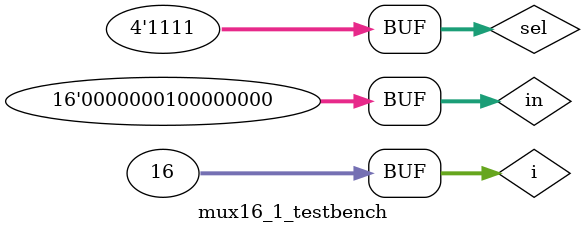
<source format=sv>

`timescale 1 ps / 100 fs

module mux16_1 #(parameter WIDTH=4) (out, in, sel);
	input [15:0] in;
	input [3:0] sel;
	output out;
	
	wire [3:0] tempIn;
	
	mux4_1 master (.out, .in(tempIn), .sel(sel[3:2]));
	
	initial assert(WIDTH>0);
 
	genvar i;
	
	generate
		for(i=0; i<WIDTH; i++) begin : eachDec
			mux4_1 mux (.out(tempIn[i]), .in(in[((i*WIDTH)+(WIDTH - 1)):(i*WIDTH)]), .sel(sel[1:0]));
		end
	endgenerate
	
endmodule


module mux16_1_testbench();

	reg [15:0] in;
	reg [3:0] sel;
	wire out;
	
	mux16_1 dut (.out, .in, .sel); 

	integer i;
	initial begin // Stimulus
		for(i=0; i<16; i++) begin
			sel = i; 
			in = 2; #10;
			in = 4; #10;
			in = 256; #10;
			
		end		
	end 
 
endmodule 
</source>
